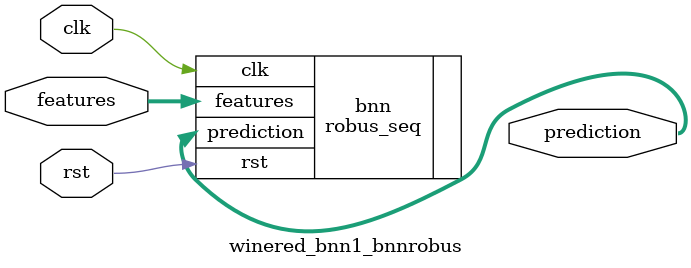
<source format=v>













module winered_bnn1_bnnrobus #(

parameter FEAT_CNT = 11,
parameter HIDDEN_CNT = 40,
parameter FEAT_BITS = 4,
parameter CLASS_CNT = 6,
parameter TEST_CNT = 1000


  ) (
  input clk,
  input rst,
  input [FEAT_CNT*FEAT_BITS-1:0] features,
  output [$clog2(CLASS_CNT)-1:0] prediction
  );

  localparam Weights0 = 440'b11101100111111100100101100110010011011110110111111101101011011000101100010011000011100010100101010010000111110001110100110011010100011010100001101110011000000011110001100111000111000000010110101110111101111111000101110110001010110011111100000101010011100101001111011101110111001010100110111000110111111000101110111100001000000011011111010111001101100001010010111011100011001101010110110010000011110100000101000110010000011100000000110011000 ;
  localparam Weights1 = 240'b101011110101010111101111010101000101111001101110110011111110010011110100100011101000101011111101111001010101001011000101101011100011011000100010000100100000001111000110100000011011100000011101001111010010001011110000001101110000010000111001 ;

  robus_seq #(.FEAT_CNT(FEAT_CNT),.FEAT_BITS(FEAT_BITS),.HIDDEN_CNT(HIDDEN_CNT),.CLASS_CNT(CLASS_CNT),.Weights0(Weights0),.Weights1(Weights1)) bnn (
    .clk(clk),
    .rst(rst),
    .features(features),
    .prediction(prediction)
  );

endmodule

</source>
